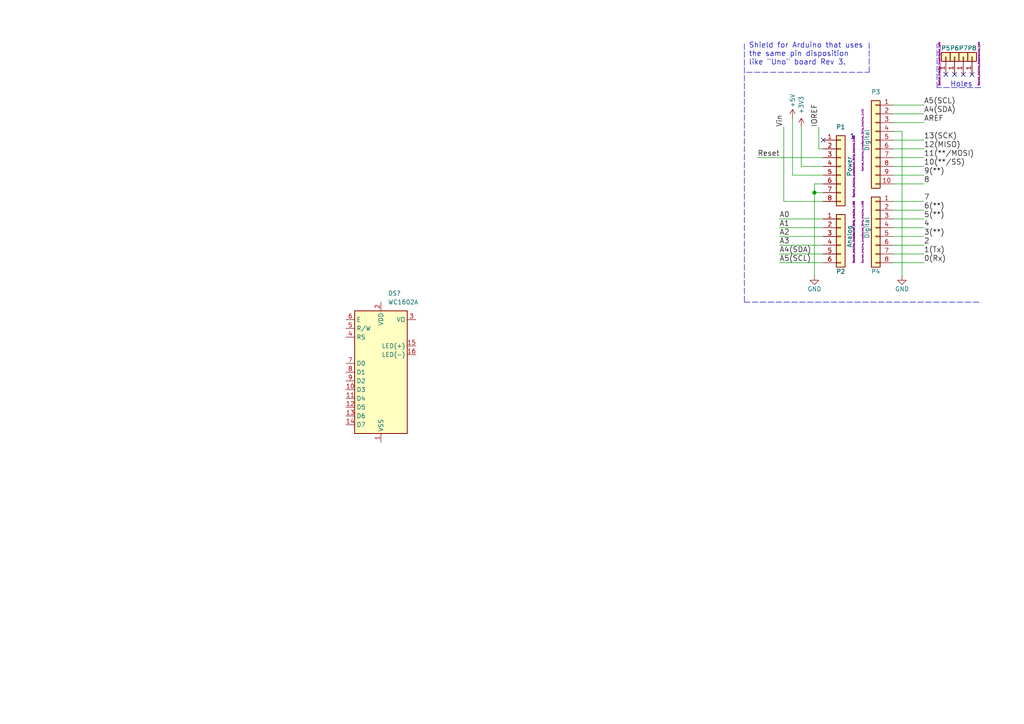
<source format=kicad_sch>
(kicad_sch (version 20211123) (generator eeschema)
  (paper "A4")
  (title_block (date "lun. 30 mars 2015"))
  (lib_symbols
    (symbol "Connector_Generic:Conn_01x01" (pin_names (offset 1.016) hide)
      (property "Reference" "J" (at 0 2.54 0))
      (property "Value" "Conn_01x01" (at 0 -2.54 0))
      (symbol "Conn_01x01_1_1"
        (rectangle (start -1.27 0.127) (end 0 -0.127) (stroke (width 0.1524)))
        (rectangle (start -1.27 1.27) (end 1.27 -1.27) (stroke (width 0.254)) (fill (type background)))
        (pin passive line (at -5.08 0 0) (length 3.81) (name "Pin_1") (number "1"))
      )
    )
    (symbol "Connector_Generic:Conn_01x06" (pin_names (offset 1.016) hide)
      (property "Reference" "J" (at 0 7.62 0))
      (property "Value" "Conn_01x06" (at 0 -10.16 0))
      (symbol "Conn_01x06_1_1"
        (rectangle (start -1.27 -7.493) (end 0 -7.747) (stroke (width 0.1524)))
        (rectangle (start -1.27 -4.953) (end 0 -5.207) (stroke (width 0.1524)))
        (rectangle (start -1.27 -2.413) (end 0 -2.667) (stroke (width 0.1524)))
        (rectangle (start -1.27 0.127) (end 0 -0.127) (stroke (width 0.1524)))
        (rectangle (start -1.27 2.667) (end 0 2.413) (stroke (width 0.1524)))
        (rectangle (start -1.27 5.207) (end 0 4.953) (stroke (width 0.1524)))
        (rectangle (start -1.27 6.35) (end 1.27 -8.89) (stroke (width 0.254)) (fill (type background)))
        (pin passive line (at -5.08 5.08 0) (length 3.81) (name "Pin_1") (number "1"))
        (pin passive line (at -5.08 2.54 0) (length 3.81) (name "Pin_2") (number "2"))
        (pin passive line (at -5.08 0 0) (length 3.81) (name "Pin_3") (number "3"))
        (pin passive line (at -5.08 -2.54 0) (length 3.81) (name "Pin_4") (number "4"))
        (pin passive line (at -5.08 -5.08 0) (length 3.81) (name "Pin_5") (number "5"))
        (pin passive line (at -5.08 -7.62 0) (length 3.81) (name "Pin_6") (number "6"))
      )
    )
    (symbol "Connector_Generic:Conn_01x08" (pin_names (offset 1.016) hide)
      (property "Reference" "J" (at 0 10.16 0))
      (property "Value" "Conn_01x08" (at 0 -12.7 0))
      (symbol "Conn_01x08_1_1"
        (rectangle (start -1.27 -10.033) (end 0 -10.287) (stroke (width 0.1524)))
        (rectangle (start -1.27 -7.493) (end 0 -7.747) (stroke (width 0.1524)))
        (rectangle (start -1.27 -4.953) (end 0 -5.207) (stroke (width 0.1524)))
        (rectangle (start -1.27 -2.413) (end 0 -2.667) (stroke (width 0.1524)))
        (rectangle (start -1.27 0.127) (end 0 -0.127) (stroke (width 0.1524)))
        (rectangle (start -1.27 2.667) (end 0 2.413) (stroke (width 0.1524)))
        (rectangle (start -1.27 5.207) (end 0 4.953) (stroke (width 0.1524)))
        (rectangle (start -1.27 7.747) (end 0 7.493) (stroke (width 0.1524)))
        (rectangle (start -1.27 8.89) (end 1.27 -11.43) (stroke (width 0.254)) (fill (type background)))
        (pin passive line (at -5.08 7.62 0) (length 3.81) (name "Pin_1") (number "1"))
        (pin passive line (at -5.08 5.08 0) (length 3.81) (name "Pin_2") (number "2"))
        (pin passive line (at -5.08 2.54 0) (length 3.81) (name "Pin_3") (number "3"))
        (pin passive line (at -5.08 0 0) (length 3.81) (name "Pin_4") (number "4"))
        (pin passive line (at -5.08 -2.54 0) (length 3.81) (name "Pin_5") (number "5"))
        (pin passive line (at -5.08 -5.08 0) (length 3.81) (name "Pin_6") (number "6"))
        (pin passive line (at -5.08 -7.62 0) (length 3.81) (name "Pin_7") (number "7"))
        (pin passive line (at -5.08 -10.16 0) (length 3.81) (name "Pin_8") (number "8"))
      )
    )
    (symbol "Connector_Generic:Conn_01x10" (pin_names (offset 1.016) hide)
      (property "Reference" "J" (at 0 12.7 0))
      (property "Value" "Conn_01x10" (at 0 -15.24 0))
      (symbol "Conn_01x10_1_1"
        (rectangle (start -1.27 -12.573) (end 0 -12.827) (stroke (width 0.1524)))
        (rectangle (start -1.27 -10.033) (end 0 -10.287) (stroke (width 0.1524)))
        (rectangle (start -1.27 -7.493) (end 0 -7.747) (stroke (width 0.1524)))
        (rectangle (start -1.27 -4.953) (end 0 -5.207) (stroke (width 0.1524)))
        (rectangle (start -1.27 -2.413) (end 0 -2.667) (stroke (width 0.1524)))
        (rectangle (start -1.27 0.127) (end 0 -0.127) (stroke (width 0.1524)))
        (rectangle (start -1.27 2.667) (end 0 2.413) (stroke (width 0.1524)))
        (rectangle (start -1.27 5.207) (end 0 4.953) (stroke (width 0.1524)))
        (rectangle (start -1.27 7.747) (end 0 7.493) (stroke (width 0.1524)))
        (rectangle (start -1.27 10.287) (end 0 10.033) (stroke (width 0.1524)))
        (rectangle (start -1.27 11.43) (end 1.27 -13.97) (stroke (width 0.254)) (fill (type background)))
        (pin passive line (at -5.08 10.16 0) (length 3.81) (name "Pin_1") (number "1"))
        (pin passive line (at -5.08 -12.7 0) (length 3.81) (name "Pin_10") (number "10"))
        (pin passive line (at -5.08 7.62 0) (length 3.81) (name "Pin_2") (number "2"))
        (pin passive line (at -5.08 5.08 0) (length 3.81) (name "Pin_3") (number "3"))
        (pin passive line (at -5.08 2.54 0) (length 3.81) (name "Pin_4") (number "4"))
        (pin passive line (at -5.08 0 0) (length 3.81) (name "Pin_5") (number "5"))
        (pin passive line (at -5.08 -2.54 0) (length 3.81) (name "Pin_6") (number "6"))
        (pin passive line (at -5.08 -5.08 0) (length 3.81) (name "Pin_7") (number "7"))
        (pin passive line (at -5.08 -7.62 0) (length 3.81) (name "Pin_8") (number "8"))
        (pin passive line (at -5.08 -10.16 0) (length 3.81) (name "Pin_9") (number "9"))
      )
    )
    (symbol "Display_Character:WC1602A"
      (property "Reference" "DS" (at -5.842 19.05 0))
      (property "Value" "WC1602A" (at 5.334 19.05 0))
      (symbol "WC1602A_1_1"
        (rectangle (start -7.62 17.78) (end 7.62 -17.78) (stroke (width 0.254)) (fill (type background)))
        (pin power_in line (at 0 -20.32 90) (length 2.54) (name "VSS") (number "1"))
        (pin input line (at -10.16 -5.08 0) (length 2.54) (name "D3") (number "10"))
        (pin input line (at -10.16 -7.62 0) (length 2.54) (name "D4") (number "11"))
        (pin input line (at -10.16 -10.16 0) (length 2.54) (name "D5") (number "12"))
        (pin input line (at -10.16 -12.7 0) (length 2.54) (name "D6") (number "13"))
        (pin input line (at -10.16 -15.24 0) (length 2.54) (name "D7") (number "14"))
        (pin power_in line (at 10.16 7.62 180) (length 2.54) (name "LED(+)") (number "15"))
        (pin power_in line (at 10.16 5.08 180) (length 2.54) (name "LED(-)") (number "16"))
        (pin power_in line (at 0 20.32 270) (length 2.54) (name "VDD") (number "2"))
        (pin input line (at 10.16 15.24 180) (length 2.54) (name "VO") (number "3"))
        (pin input line (at -10.16 10.16 0) (length 2.54) (name "RS") (number "4"))
        (pin input line (at -10.16 12.7 0) (length 2.54) (name "R/W") (number "5"))
        (pin input line (at -10.16 15.24 0) (length 2.54) (name "E") (number "6"))
        (pin input line (at -10.16 2.54 0) (length 2.54) (name "D0") (number "7"))
        (pin input line (at -10.16 0 0) (length 2.54) (name "D1") (number "8"))
        (pin input line (at -10.16 -2.54 0) (length 2.54) (name "D2") (number "9"))
      )
    )
    (symbol "power:+3.3V" (power) (pin_names (offset 0))
      (property "Value" "+3.3V" (at 0 3.556 0))
      (symbol "+3.3V_0_1"
        (polyline (pts (xy -0.762 1.27) (xy 0 2.54)))
        (polyline (pts (xy 0 0) (xy 0 2.54)))
        (polyline (pts (xy 0 2.54) (xy 0.762 1.27)))
      )
      (symbol "+3.3V_1_1"
        (pin power_in line (at 0 0 90) (length 0) hide (name "+3V3") (number "1"))
      )
    )
    (symbol "power:+5V" (power) (pin_names (offset 0))
      (property "Value" "+5V" (at 0 3.556 0))
      (symbol "+5V_0_1"
        (polyline (pts (xy -0.762 1.27) (xy 0 2.54)))
        (polyline (pts (xy 0 0) (xy 0 2.54)))
        (polyline (pts (xy 0 2.54) (xy 0.762 1.27)))
      )
      (symbol "+5V_1_1"
        (pin power_in line (at 0 0 90) (length 0) hide (name "+5V") (number "1"))
      )
    )
    (symbol "power:GND" (power) (pin_names (offset 0))
      (property "Value" "GND" (at 0 -3.81 0))
      (symbol "GND_0_1"
        (polyline (pts (xy 0 0) (xy 0 -1.27) (xy 1.27 -1.27) (xy 0 -2.54) (xy -1.27 -1.27) (xy 0 -1.27)))
      )
      (symbol "GND_1_1"
        (pin power_in line (at 0 0 270) (length 0) hide (name "GND") (number "1"))
      )
    )
  )
  (junction (at 236.22 55.88) (diameter 1.016))
  (no_connect (at 279.4 21.59))
  (no_connect (at 274.32 21.59))
  (no_connect (at 276.86 21.59))
  (no_connect (at 281.94 21.59))
  (no_connect (at 238.76 40.64))
  (wire (pts (xy 238.76 48.26) (xy 232.41 48.26)))
  (wire (pts (xy 238.76 71.12) (xy 226.06 71.12)))
  (polyline (pts (xy 252.095 20.955) (xy 252.095 12.065)) (stroke (width 0) (type dash)))
  (wire (pts (xy 259.08 63.5) (xy 267.97 63.5)))
  (wire (pts (xy 236.22 53.34) (xy 236.22 55.88)))
  (wire (pts (xy 259.08 43.18) (xy 267.97 43.18)))
  (wire (pts (xy 261.62 38.1) (xy 261.62 80.01)))
  (wire (pts (xy 238.76 53.34) (xy 236.22 53.34)))
  (wire (pts (xy 259.08 53.34) (xy 267.97 53.34)))
  (wire (pts (xy 237.49 43.18) (xy 238.76 43.18)))
  (wire (pts (xy 238.76 50.8) (xy 229.87 50.8)))
  (wire (pts (xy 259.08 40.64) (xy 267.97 40.64)))
  (wire (pts (xy 259.08 58.42) (xy 267.97 58.42)))
  (wire (pts (xy 238.76 66.04) (xy 226.06 66.04)))
  (wire (pts (xy 259.08 30.48) (xy 267.97 30.48)))
  (wire (pts (xy 259.08 71.12) (xy 267.97 71.12)))
  (wire (pts (xy 238.76 58.42) (xy 227.33 58.42)))
  (wire (pts (xy 238.76 63.5) (xy 226.06 63.5)))
  (wire (pts (xy 259.08 45.72) (xy 267.97 45.72)))
  (wire (pts (xy 238.76 73.66) (xy 226.06 73.66)))
  (polyline (pts (xy 284.48 25.4) (xy 271.78 25.4)) (stroke (width 0) (type dash)))
  (wire (pts (xy 238.76 45.72) (xy 219.71 45.72)))
  (wire (pts (xy 259.08 38.1) (xy 261.62 38.1)))
  (wire (pts (xy 238.76 55.88) (xy 236.22 55.88)))
  (wire (pts (xy 259.08 50.8) (xy 267.97 50.8)))
  (wire (pts (xy 236.22 55.88) (xy 236.22 80.01)))
  (wire (pts (xy 227.33 58.42) (xy 227.33 36.83)))
  (polyline (pts (xy 215.9 87.63) (xy 284.48 87.63)) (stroke (width 0) (type dash)))
  (wire (pts (xy 259.08 68.58) (xy 267.97 68.58)))
  (wire (pts (xy 238.76 76.2) (xy 226.06 76.2)))
  (wire (pts (xy 259.08 73.66) (xy 267.97 73.66)))
  (polyline (pts (xy 271.78 25.4) (xy 271.78 12.7)) (stroke (width 0) (type dash)))
  (wire (pts (xy 259.08 60.96) (xy 267.97 60.96)))
  (wire (pts (xy 229.87 50.8) (xy 229.87 34.29)))
  (wire (pts (xy 259.08 33.02) (xy 267.97 33.02)))
  (wire (pts (xy 259.08 66.04) (xy 267.97 66.04)))
  (wire (pts (xy 259.08 35.56) (xy 267.97 35.56)))
  (polyline (pts (xy 215.9 12.7) (xy 215.9 87.63)) (stroke (width 0) (type dash)))
  (wire (pts (xy 232.41 48.26) (xy 232.41 36.83)))
  (wire (pts (xy 237.49 36.83) (xy 237.49 43.18)))
  (wire (pts (xy 259.08 76.2) (xy 267.97 76.2)))
  (wire (pts (xy 259.08 48.26) (xy 267.97 48.26)))
  (wire (pts (xy 238.76 68.58) (xy 226.06 68.58)))
  (polyline (pts (xy 216.535 20.955) (xy 252.095 20.955)) (stroke (width 0) (type dash)))
  (text "Holes" (at 275.59 25.4 0) (effects (font (size 1.524 1.524)) (justify left bottom)))
  (text "Shield for Arduino that uses\nthe same pin disposition\nlike \"Uno\" board Rev 3." (at 217.17 19.05 0) (effects (font (size 1.524 1.524)) (justify left bottom)))
  (text "1" (at 246.38 40.64 0) (effects (font (size 1.524 1.524)) (justify left bottom)))
  (label "Vin" (at 227.33 36.83 90) (effects (font (size 1.524 1.524))))
  (label "0(Rx)" (at 267.97 76.2 0) (effects (font (size 1.524 1.524))))
  (label "A4(SDA)" (at 226.06 73.66 0) (effects (font (size 1.524 1.524))))
  (label "4" (at 267.97 66.04 0) (effects (font (size 1.524 1.524))))
  (label "5(**)" (at 267.97 63.5 0) (effects (font (size 1.524 1.524))))
  (label "A2" (at 226.06 68.58 0) (effects (font (size 1.524 1.524))))
  (label "A5(SCL)" (at 226.06 76.2 0) (effects (font (size 1.524 1.524))))
  (label "A0" (at 226.06 63.5 0) (effects (font (size 1.524 1.524))))
  (label "A1" (at 226.06 66.04 0) (effects (font (size 1.524 1.524))))
  (label "10(**/SS)" (at 267.97 48.26 0) (effects (font (size 1.524 1.524))))
  (label "13(SCK)" (at 267.97 40.64 0) (effects (font (size 1.524 1.524))))
  (label "7" (at 267.97 58.42 0) (effects (font (size 1.524 1.524))))
  (label "A4(SDA)" (at 267.97 33.02 0) (effects (font (size 1.524 1.524))))
  (label "A3" (at 226.06 71.12 0) (effects (font (size 1.524 1.524))))
  (label "Reset" (at 219.71 45.72 0) (effects (font (size 1.524 1.524))))
  (label "2" (at 267.97 71.12 0) (effects (font (size 1.524 1.524))))
  (label "12(MISO)" (at 267.97 43.18 0) (effects (font (size 1.524 1.524))))
  (label "3(**)" (at 267.97 68.58 0) (effects (font (size 1.524 1.524))))
  (label "9(**)" (at 267.97 50.8 0) (effects (font (size 1.524 1.524))))
  (label "8" (at 267.97 53.34 0) (effects (font (size 1.524 1.524))))
  (label "A5(SCL)" (at 267.97 30.48 0) (effects (font (size 1.524 1.524))))
  (label "IOREF" (at 237.49 36.83 90) (effects (font (size 1.524 1.524))))
  (label "AREF" (at 267.97 35.56 0) (effects (font (size 1.524 1.524))))
  (label "11(**/MOSI)" (at 267.97 45.72 0) (effects (font (size 1.524 1.524))))
  (label "1(Tx)" (at 267.97 73.66 0) (effects (font (size 1.524 1.524))))
  (label "6(**)" (at 267.97 60.96 0) (effects (font (size 1.524 1.524))))
  (symbol (lib_id "Connector_Generic:Conn_01x08") (at 243.84 48.26 0) (unit 1)
    (property "Reference" "P1" (at 243.84 36.83 0))
    (property "Value" "Power" (at 246.38 48.26 90))
    (property "Footprint" "Socket_Arduino_Uno:Socket_Strip_Arduino_1x08" (at 247.65 48.26 90) (effects (font (size 0.508 0.508))))
  )
  (symbol (lib_id "power:+3.3V") (at 232.41 36.83 0) (unit 1)
    (property "Reference" "#PWR01" (effects hide))
    (property "Value" "+3.3V" (at 232.41 30.48 90))
  )
  (symbol (lib_id "power:+5V") (at 229.87 34.29 0) (unit 1)
    (property "Reference" "#PWR02" (effects hide))
    (property "Value" "+5V" (at 229.87 29.21 90))
  )
  (symbol (lib_id "power:GND") (at 236.22 80.01 0) (unit 1)
    (property "Reference" "#PWR03" (effects hide))
    (property "Value" "GND" (at 236.22 83.82 0))
  )
  (symbol (lib_id "power:GND") (at 261.62 80.01 0) (unit 1)
    (property "Reference" "#PWR04" (effects hide))
    (property "Value" "GND" (at 261.62 83.82 0))
  )
  (symbol (lib_id "Connector_Generic:Conn_01x06") (at 243.84 68.58 0) (unit 1)
    (property "Reference" "P2" (at 243.84 78.74 0))
    (property "Value" "Analog" (at 246.38 68.58 90))
    (property "Footprint" "Socket_Arduino_Uno:Socket_Strip_Arduino_1x06" (at 247.65 67.31 90) (effects (font (size 0.508 0.508))))
  )
  (symbol (lib_id "Connector_Generic:Conn_01x01") (at 274.32 16.51 90) (unit 1)
    (property "Reference" "P5" (at 274.32 13.97 90))
    (property "Value" "CONN_01X01" (effects hide))
    (property "Footprint" "Socket_Arduino_Uno:Arduino_1pin" (at 272.4404 18.5166 0) (effects (font (size 0.508 0.508))))
  )
  (symbol (lib_id "Connector_Generic:Conn_01x01") (at 276.86 16.51 90) (unit 1)
    (property "Reference" "P6" (at 276.86 13.97 90))
    (property "Value" "CONN_01X01" (effects hide))
    (property "Footprint" "Socket_Arduino_Uno:Arduino_1pin" (effects hide))
  )
  (symbol (lib_id "Connector_Generic:Conn_01x01") (at 279.4 16.51 90) (unit 1)
    (property "Reference" "P7" (at 279.4 13.97 90))
    (property "Value" "CONN_01X01" (effects hide))
    (property "Footprint" "Socket_Arduino_Uno:Arduino_1pin" (effects hide))
  )
  (symbol (lib_id "Connector_Generic:Conn_01x01") (at 281.94 16.51 90) (unit 1)
    (property "Reference" "P8" (at 281.94 13.97 90))
    (property "Value" "CONN_01X01" (effects hide))
    (property "Footprint" "Socket_Arduino_Uno:Arduino_1pin" (at 283.9212 18.4404 0) (effects (font (size 0.508 0.508))))
  )
  (symbol (lib_id "Connector_Generic:Conn_01x08") (at 254 66.04 0) (mirror y) (unit 1)
    (property "Reference" "P4" (at 254 78.74 0))
    (property "Value" "Digital" (at 251.46 66.04 90))
    (property "Footprint" "Socket_Arduino_Uno:Socket_Strip_Arduino_1x08" (at 250.19 67.31 90) (effects (font (size 0.508 0.508))))
  )
  (symbol (lib_id "Connector_Generic:Conn_01x10") (at 254 40.64 0) (mirror y) (unit 1)
    (property "Reference" "P3" (at 254 26.67 0))
    (property "Value" "Digital" (at 251.46 40.64 90))
    (property "Footprint" "Socket_Arduino_Uno:Socket_Strip_Arduino_1x10" (at 250.19 40.64 90) (effects (font (size 0.508 0.508))))
  )
  (symbol (lib_id "Display_Character:WC1602A") (at 110.49 107.95 0) (unit 1)
    (property "Reference" "DS?" (at 112.5094 85.09 0) (effects (justify left)))
    (property "Value" "WC1602A" (at 112.5094 87.63 0) (effects (justify left)))
    (property "Footprint" "Display:WC1602A" (effects hide))
    (property "Datasheet" "http://www.wincomlcd.com/pdf/WC1602A-SFYLYHTC06.pdf" (effects hide))
  )
)
</source>
